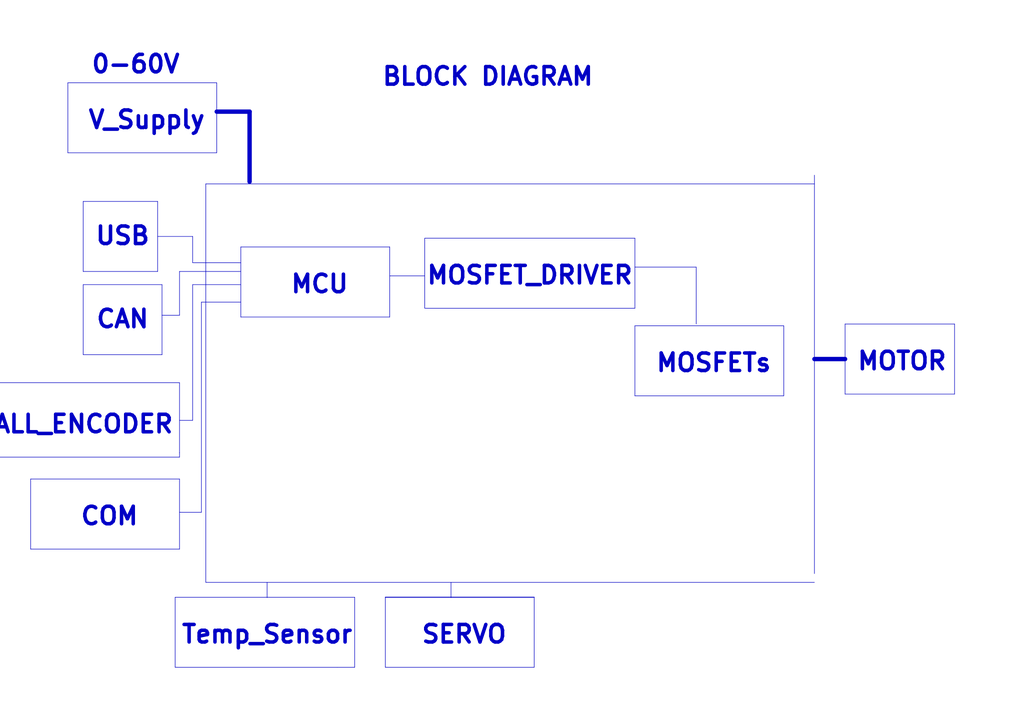
<source format=kicad_sch>
(kicad_sch
	(version 20231120)
	(generator "eeschema")
	(generator_version "8.0")
	(uuid "e1d9a238-fca9-4093-acc7-e492e5493752")
	(paper "A4")
	(lib_symbols)
	(polyline
		(pts
			(xy 69.85 71.628) (xy 69.85 91.948)
		)
		(stroke
			(width 0)
			(type solid)
		)
		(uuid "060e4476-e14a-4d07-8428-1594533226a2")
	)
	(polyline
		(pts
			(xy 245.11 114.3) (xy 276.86 114.3)
		)
		(stroke
			(width 0)
			(type solid)
		)
		(uuid "06ed30eb-c6bc-40e3-88d8-d723a3bfa479")
	)
	(polyline
		(pts
			(xy 245.11 93.98) (xy 276.86 93.98)
		)
		(stroke
			(width 0)
			(type solid)
		)
		(uuid "0757bbbf-a68b-49df-83d6-7b23404bf52c")
	)
	(polyline
		(pts
			(xy -7.62 110.998) (xy -7.62 132.588)
		)
		(stroke
			(width 0)
			(type solid)
		)
		(uuid "0c508fb7-8567-4f4d-a888-e68d41d53233")
	)
	(polyline
		(pts
			(xy 97.79 193.548) (xy 102.87 193.548)
		)
		(stroke
			(width 0)
			(type solid)
		)
		(uuid "0ee983f7-950a-484d-8f13-4ccfab53e252")
	)
	(polyline
		(pts
			(xy 19.685 24.003) (xy 19.685 44.323)
		)
		(stroke
			(width 0)
			(type solid)
		)
		(uuid "1299d235-8a71-4aa9-994a-1230e3978c5e")
	)
	(polyline
		(pts
			(xy 24.13 58.42) (xy 45.72 58.42)
		)
		(stroke
			(width 0)
			(type solid)
		)
		(uuid "151e37a2-e2e5-4dd3-9eea-7cdabd15bc9e")
	)
	(polyline
		(pts
			(xy 52.07 110.998) (xy 52.07 131.318)
		)
		(stroke
			(width 0)
			(type solid)
		)
		(uuid "1cecd6cb-526f-457d-b311-7daa02454950")
	)
	(polyline
		(pts
			(xy 184.15 94.488) (xy 184.15 114.808)
		)
		(stroke
			(width 0)
			(type solid)
		)
		(uuid "216fe841-a47a-4300-861b-b0a62ccd1f30")
	)
	(polyline
		(pts
			(xy 55.88 68.58) (xy 55.88 76.2)
		)
		(stroke
			(width 0)
			(type solid)
		)
		(uuid "293ac604-60bb-4d1d-9c33-3a530cc4c22c")
	)
	(polyline
		(pts
			(xy 77.47 168.91) (xy 77.47 173.355)
		)
		(stroke
			(width 0)
			(type solid)
		)
		(uuid "2d369ef5-fc00-45be-ad58-f917d9fe9f22")
	)
	(polyline
		(pts
			(xy 58.42 148.59) (xy 58.42 87.63)
		)
		(stroke
			(width 0)
			(type solid)
		)
		(uuid "3552feaa-65f4-442b-8357-1803b5ebf748")
	)
	(polyline
		(pts
			(xy 45.72 68.58) (xy 55.88 68.58)
		)
		(stroke
			(width 0)
			(type solid)
		)
		(uuid "35d32f14-3cf2-41db-9c38-430f4743e927")
	)
	(polyline
		(pts
			(xy 130.81 168.91) (xy 130.81 173.355)
		)
		(stroke
			(width 0)
			(type solid)
		)
		(uuid "395ba4da-210f-43dc-b78b-164a678d2fc8")
	)
	(polyline
		(pts
			(xy 276.86 93.98) (xy 276.86 114.3)
		)
		(stroke
			(width 0)
			(type solid)
		)
		(uuid "411b3a8b-6db8-451c-b8ea-8b56fbefbf6f")
	)
	(polyline
		(pts
			(xy 123.19 69.088) (xy 123.19 89.408)
		)
		(stroke
			(width 0)
			(type solid)
		)
		(uuid "4232e94d-3743-49f2-b641-8db3e2e6f3eb")
	)
	(polyline
		(pts
			(xy 59.69 53.34) (xy 59.69 168.91)
		)
		(stroke
			(width 0)
			(type solid)
		)
		(uuid "469f8a79-2077-4264-ad40-462330aea8a6")
	)
	(polyline
		(pts
			(xy 59.69 168.91) (xy 236.22 168.91)
		)
		(stroke
			(width 0)
			(type solid)
		)
		(uuid "4c0c9772-103f-4a4c-9a2d-874ddf398cd4")
	)
	(polyline
		(pts
			(xy 8.89 138.938) (xy 8.89 159.258)
		)
		(stroke
			(width 0)
			(type solid)
		)
		(uuid "4c87b02e-0ab8-46a4-ae3c-2c0cd5761d3e")
	)
	(polyline
		(pts
			(xy 111.76 193.548) (xy 154.94 193.548)
		)
		(stroke
			(width 0)
			(type solid)
		)
		(uuid "5074db17-763d-495b-9d23-78d27d7e76fe")
	)
	(polyline
		(pts
			(xy 69.85 71.628) (xy 113.03 71.628)
		)
		(stroke
			(width 0)
			(type solid)
		)
		(uuid "540da410-7ac5-47c9-bc44-d986c49e87d8")
	)
	(polyline
		(pts
			(xy 184.15 69.088) (xy 184.15 89.408)
		)
		(stroke
			(width 0)
			(type solid)
		)
		(uuid "548cee42-568d-43e2-acfb-41f1023d398a")
	)
	(polyline
		(pts
			(xy 24.13 82.55) (xy 24.13 102.87)
		)
		(stroke
			(width 0)
			(type solid)
		)
		(uuid "5909f4fd-a274-4d4d-9ddb-b04e2bc6c46d")
	)
	(polyline
		(pts
			(xy 50.8 173.228) (xy 102.87 173.228)
		)
		(stroke
			(width 0)
			(type solid)
		)
		(uuid "5e34a6b1-5c2a-4030-a3dd-ce6eebe5e93f")
	)
	(polyline
		(pts
			(xy 55.88 76.2) (xy 69.85 76.2)
		)
		(stroke
			(width 0)
			(type solid)
		)
		(uuid "612ef68c-0f82-4e31-9ba1-486aca3e6ce4")
	)
	(polyline
		(pts
			(xy -7.62 110.998) (xy 52.07 110.998)
		)
		(stroke
			(width 0)
			(type solid)
		)
		(uuid "61d53546-2be4-4fdf-981e-8f3f01b09975")
	)
	(polyline
		(pts
			(xy 59.69 53.34) (xy 236.22 53.34)
		)
		(stroke
			(width 0)
			(type solid)
		)
		(uuid "63cc6958-70f7-401c-b472-f87b31861829")
	)
	(polyline
		(pts
			(xy 52.07 148.59) (xy 58.42 148.59)
		)
		(stroke
			(width 0)
			(type solid)
		)
		(uuid "699072ba-1e1d-40d0-8ced-eb42a01986a4")
	)
	(polyline
		(pts
			(xy 111.76 173.228) (xy 154.94 173.228)
		)
		(stroke
			(width 0.254)
			(type solid)
		)
		(uuid "6ad34bdb-4ce3-4bff-8316-032318e5b2a0")
	)
	(polyline
		(pts
			(xy 69.85 91.948) (xy 113.03 91.948)
		)
		(stroke
			(width 0)
			(type solid)
		)
		(uuid "6b5ead2e-d0ba-44c1-951c-c269ff54e432")
	)
	(polyline
		(pts
			(xy 184.15 94.488) (xy 227.33 94.488)
		)
		(stroke
			(width 0)
			(type solid)
		)
		(uuid "70eb2767-0764-4990-a8de-5426f88d8948")
	)
	(polyline
		(pts
			(xy 72.39 32.385) (xy 72.39 52.705)
		)
		(stroke
			(width 1.27)
			(type solid)
		)
		(uuid "79f24754-7f94-4805-8e0d-8704579482b8")
	)
	(polyline
		(pts
			(xy 45.72 58.42) (xy 45.72 78.74)
		)
		(stroke
			(width 0)
			(type solid)
		)
		(uuid "8193e392-e346-4e27-bae2-2f466815b444")
	)
	(polyline
		(pts
			(xy 46.99 82.55) (xy 46.99 102.87)
		)
		(stroke
			(width 0)
			(type solid)
		)
		(uuid "821118c9-8ba1-409c-bdce-5342910af2cd")
	)
	(polyline
		(pts
			(xy 227.33 94.488) (xy 227.33 114.808)
		)
		(stroke
			(width 0)
			(type solid)
		)
		(uuid "8259f123-8163-4b33-8e1b-50f579f3edd6")
	)
	(polyline
		(pts
			(xy -63.5 152.908) (xy -63.5 173.228)
		)
		(stroke
			(width 0)
			(type solid)
		)
		(uuid "84ec5aba-9e4f-45bc-8d9c-cad3510827db")
	)
	(polyline
		(pts
			(xy 111.76 173.228) (xy 111.76 193.548)
		)
		(stroke
			(width 0)
			(type solid)
		)
		(uuid "86644066-be17-4a69-a702-48f47bb4028d")
	)
	(polyline
		(pts
			(xy -20.32 152.908) (xy -20.32 173.228)
		)
		(stroke
			(width 0)
			(type solid)
		)
		(uuid "8735158f-42ef-49ee-a2d9-591f7339f67f")
	)
	(polyline
		(pts
			(xy 102.87 173.228) (xy 102.87 193.548)
		)
		(stroke
			(width 0)
			(type solid)
		)
		(uuid "8e05d2e5-b34f-4885-830d-ad8ab1d7e00c")
	)
	(polyline
		(pts
			(xy -7.62 132.588) (xy 52.07 132.588)
		)
		(stroke
			(width 0)
			(type solid)
		)
		(uuid "8eef59f7-e350-4d73-ab04-c49547471e5b")
	)
	(polyline
		(pts
			(xy -63.5 152.908) (xy -20.32 152.908)
		)
		(stroke
			(width 0)
			(type solid)
		)
		(uuid "8fcac936-4948-4a8a-926a-3d1754fd4aa2")
	)
	(polyline
		(pts
			(xy 19.685 24.003) (xy 62.865 24.003)
		)
		(stroke
			(width 0)
			(type solid)
		)
		(uuid "913c630c-8905-40f4-854e-0f4eab91f46b")
	)
	(polyline
		(pts
			(xy 19.685 44.323) (xy 62.865 44.323)
		)
		(stroke
			(width 0)
			(type solid)
		)
		(uuid "9e404dc7-11a8-45e0-93c8-c577733fa93b")
	)
	(polyline
		(pts
			(xy 50.8 173.228) (xy 50.8 193.548)
		)
		(stroke
			(width 0)
			(type solid)
		)
		(uuid "a0c1951f-adbe-46d6-95ff-fe8c78d6b7ee")
	)
	(polyline
		(pts
			(xy 52.07 121.92) (xy 55.88 121.92)
		)
		(stroke
			(width 0)
			(type solid)
		)
		(uuid "a530a416-b13a-48c1-a038-927b09463f9d")
	)
	(polyline
		(pts
			(xy 8.89 138.938) (xy 52.07 138.938)
		)
		(stroke
			(width 0)
			(type solid)
		)
		(uuid "a765259e-73ed-4233-a85a-d985299d4a5d")
	)
	(polyline
		(pts
			(xy 62.865 32.385) (xy 72.39 32.385)
		)
		(stroke
			(width 1.27)
			(type solid)
		)
		(uuid "aabb9524-f398-4704-a961-0ac7db7cc06d")
	)
	(polyline
		(pts
			(xy 123.19 89.408) (xy 184.15 89.408)
		)
		(stroke
			(width 0)
			(type solid)
		)
		(uuid "ac5af96b-a27d-410d-ab7c-7fa964538a9c")
	)
	(polyline
		(pts
			(xy 113.03 71.628) (xy 113.03 91.948)
		)
		(stroke
			(width 0)
			(type solid)
		)
		(uuid "b1567124-fdd1-43e6-9290-7642a28ea159")
	)
	(polyline
		(pts
			(xy 201.93 77.47) (xy 201.93 93.98)
		)
		(stroke
			(width 0)
			(type solid)
		)
		(uuid "b1fc6e5a-a45a-4071-9302-535e9be451e3")
	)
	(polyline
		(pts
			(xy -63.5 173.228) (xy -20.32 173.228)
		)
		(stroke
			(width 0)
			(type solid)
		)
		(uuid "b3bcbf35-1abb-4d50-b88a-88be1c7c60ea")
	)
	(polyline
		(pts
			(xy 55.88 82.55) (xy 69.85 82.55)
		)
		(stroke
			(width 0)
			(type solid)
		)
		(uuid "b950148a-edf0-47b9-91d5-1e53b26ef59c")
	)
	(polyline
		(pts
			(xy 236.22 104.14) (xy 245.11 104.14)
		)
		(stroke
			(width 1.27)
			(type solid)
		)
		(uuid "ba0db27a-7ab6-4071-91e2-1fdd0fb02354")
	)
	(polyline
		(pts
			(xy 46.99 91.44) (xy 52.07 91.44)
		)
		(stroke
			(width 0)
			(type solid)
		)
		(uuid "be34af24-21a0-4f20-8cc1-37c7be25bd07")
	)
	(polyline
		(pts
			(xy 62.865 24.003) (xy 62.865 44.323)
		)
		(stroke
			(width 0)
			(type solid)
		)
		(uuid "be8aecc8-8cab-4062-bb1f-59a5ad27c509")
	)
	(polyline
		(pts
			(xy 52.07 78.74) (xy 69.85 78.74)
		)
		(stroke
			(width 0)
			(type solid)
		)
		(uuid "bf4f428d-113a-40ca-b457-38f77b292e3b")
	)
	(polyline
		(pts
			(xy 52.07 138.938) (xy 52.07 159.258)
		)
		(stroke
			(width 0)
			(type solid)
		)
		(uuid "c1cd36fe-1040-4e83-923b-ec3082838bd0")
	)
	(polyline
		(pts
			(xy 24.13 58.42) (xy 24.13 78.74)
		)
		(stroke
			(width 0)
			(type solid)
		)
		(uuid "d1407d7d-c414-4629-a95f-3a01f07fdba3")
	)
	(polyline
		(pts
			(xy 58.42 87.63) (xy 69.85 87.63)
		)
		(stroke
			(width 0)
			(type solid)
		)
		(uuid "d3501509-105c-49e5-afc3-bc6f13409594")
	)
	(polyline
		(pts
			(xy 154.94 173.228) (xy 154.94 193.548)
		)
		(stroke
			(width 0)
			(type solid)
		)
		(uuid "db175f7b-6fbe-4548-aa96-24d280e60a43")
	)
	(polyline
		(pts
			(xy 24.13 78.74) (xy 45.72 78.74)
		)
		(stroke
			(width 0)
			(type solid)
		)
		(uuid "dcc1e7ac-5c7f-4dce-8a5a-61fb34d524da")
	)
	(polyline
		(pts
			(xy 245.11 93.98) (xy 245.11 114.3)
		)
		(stroke
			(width 0)
			(type solid)
		)
		(uuid "dcca3448-52e6-4050-a385-dab426589827")
	)
	(polyline
		(pts
			(xy 52.07 91.44) (xy 52.07 78.74)
		)
		(stroke
			(width 0)
			(type solid)
		)
		(uuid "dfff6e95-8b05-4b57-a31b-992e3c787285")
	)
	(polyline
		(pts
			(xy 184.15 114.808) (xy 227.33 114.808)
		)
		(stroke
			(width 0)
			(type solid)
		)
		(uuid "e0ad92af-b63d-45fd-8823-0cd34c19f543")
	)
	(polyline
		(pts
			(xy 123.19 69.088) (xy 184.15 69.088)
		)
		(stroke
			(width 0)
			(type solid)
		)
		(uuid "e2b3f637-98ab-48bf-bbfd-fffc314987ed")
	)
	(polyline
		(pts
			(xy 24.13 82.55) (xy 46.99 82.55)
		)
		(stroke
			(width 0)
			(type solid)
		)
		(uuid "e7d6fdb3-0d96-40d0-b89b-b38dafb00b1c")
	)
	(polyline
		(pts
			(xy 8.89 159.258) (xy 52.07 159.258)
		)
		(stroke
			(width 0)
			(type solid)
		)
		(uuid "edbe69d8-b680-4313-8c8e-b063d0da0788")
	)
	(polyline
		(pts
			(xy 55.88 121.92) (xy 55.88 82.55)
		)
		(stroke
			(width 0)
			(type solid)
		)
		(uuid "edcd264c-ed05-40f9-a2ae-971ee5c840da")
	)
	(polyline
		(pts
			(xy 113.03 80.01) (xy 123.19 80.01)
		)
		(stroke
			(width 0)
			(type solid)
		)
		(uuid "ee084d94-f450-494d-ab10-64213ca3c277")
	)
	(polyline
		(pts
			(xy 24.13 102.87) (xy 46.99 102.87)
		)
		(stroke
			(width 0)
			(type solid)
		)
		(uuid "ee9422ec-5467-47bc-a5f9-18aed94a7ce5")
	)
	(polyline
		(pts
			(xy 52.07 131.318) (xy 52.07 132.588)
		)
		(stroke
			(width 0)
			(type solid)
		)
		(uuid "ef60108e-e422-4128-befe-ad4dccd86e31")
	)
	(polyline
		(pts
			(xy 236.22 166.37) (xy 236.22 50.8)
		)
		(stroke
			(width 0)
			(type solid)
		)
		(uuid "f55b2602-4645-4c4f-9ce3-17c18214306f")
	)
	(polyline
		(pts
			(xy 184.15 77.47) (xy 201.93 77.47)
		)
		(stroke
			(width 0)
			(type solid)
		)
		(uuid "f6ca5c65-1f19-43ba-8cd7-8c9b1ed14a7f")
	)
	(polyline
		(pts
			(xy 50.8 193.548) (xy 97.79 193.548)
		)
		(stroke
			(width 0)
			(type solid)
		)
		(uuid "fd3e4e63-f3b8-41d3-9b29-b93aa9c86fb9")
	)
	(text "COM"
		(exclude_from_sim no)
		(at 31.75 149.86 0)
		(effects
			(font
				(size 5.08 5.08)
				(bold yes)
			)
		)
		(uuid "09bd8c46-2bc0-4ff3-afd2-34eb49a80537")
	)
	(text "MCU"
		(exclude_from_sim no)
		(at 92.71 82.55 0)
		(effects
			(font
				(size 5.08 5.08)
				(bold yes)
			)
		)
		(uuid "0c9d155b-8443-4b66-a4b1-ac9e5ad44737")
	)
	(text "SERVO"
		(exclude_from_sim no)
		(at 134.62 184.15 0)
		(effects
			(font
				(size 5.08 5.08)
				(bold yes)
			)
		)
		(uuid "13e117e1-40e4-434e-aecb-ed28b32957ee")
	)
	(text "BLOCK DIAGRAM"
		(exclude_from_sim no)
		(at 141.478 22.352 0)
		(effects
			(font
				(size 5.08 5.08)
				(thickness 1.016)
				(bold yes)
			)
		)
		(uuid "4baf4def-8398-4598-adc9-70b912c799ac")
	)
	(text "0-60V"
		(exclude_from_sim no)
		(at 39.37 18.796 0)
		(effects
			(font
				(size 5.08 5.08)
				(bold yes)
			)
		)
		(uuid "64740fca-b13c-4f42-b873-f750e8661be0")
	)
	(text "MOSFET_DRIVER"
		(exclude_from_sim no)
		(at 153.67 80.01 0)
		(effects
			(font
				(size 5.08 5.08)
				(bold yes)
			)
		)
		(uuid "79839cae-a411-4e7f-b01e-92de4d972d05")
	)
	(text "MOSFETs"
		(exclude_from_sim no)
		(at 207.01 105.41 0)
		(effects
			(font
				(size 5.08 5.08)
				(bold yes)
			)
		)
		(uuid "b098e4b7-8554-4f21-90c8-0aa53a96ce47")
	)
	(text "V_Supply"
		(exclude_from_sim no)
		(at -40.64 163.83 0)
		(effects
			(font
				(size 5.08 5.08)
				(bold yes)
			)
		)
		(uuid "b50aab10-0ceb-4920-9cb3-5220e42c6ca8")
	)
	(text "Temp_Sensor"
		(exclude_from_sim no)
		(at 77.47 184.15 0)
		(effects
			(font
				(size 5.08 5.08)
				(bold yes)
			)
		)
		(uuid "c0cc0087-6a1e-402d-a29c-af3365109e11")
	)
	(text "HALL_ENCODER"
		(exclude_from_sim no)
		(at 21.59 123.19 0)
		(effects
			(font
				(size 5.08 5.08)
				(bold yes)
			)
		)
		(uuid "c5216ab7-ec50-42f6-b424-5dc8f9d683ce")
	)
	(text "V_Supply"
		(exclude_from_sim no)
		(at 42.545 34.925 0)
		(effects
			(font
				(size 5.08 5.08)
				(bold yes)
			)
		)
		(uuid "c7788d4f-5a53-44ff-8ccb-6d45aa27244a")
	)
	(text "MOTOR"
		(exclude_from_sim no)
		(at 261.62 104.902 0)
		(effects
			(font
				(size 5.08 5.08)
				(bold yes)
			)
		)
		(uuid "dc3be6ef-996d-477b-b7dd-875e7c91d37f")
	)
	(text "USB"
		(exclude_from_sim no)
		(at 35.56 68.58 0)
		(effects
			(font
				(size 5.08 5.08)
				(bold yes)
			)
		)
		(uuid "f5920571-0f30-4d63-8da7-1de30e6ef492")
	)
	(text "CAN"
		(exclude_from_sim no)
		(at 35.56 92.71 0)
		(effects
			(font
				(size 5.08 5.08)
				(bold yes)
			)
		)
		(uuid "feb80a38-45b6-414c-bde5-688bda907ade")
	)
)

</source>
